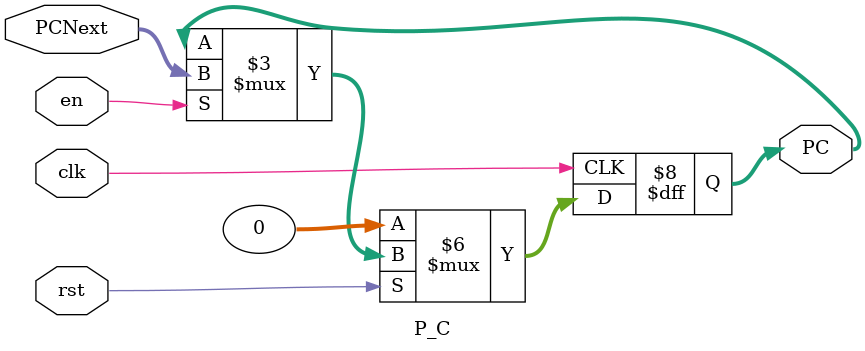
<source format=v>
module P_C(PCNext, PC, rst, clk, en);

input [31:0] PCNext;
input clk, rst;
input en;  // Added: Enable signal to control PC updates
output reg [31:0] PC;

always @(posedge clk)       
begin                    
    if(!rst)   
        PC <= 32'h00000000;
    else if(en)  // Only update PC when enabled
        PC <= PCNext;
    // If en is low, PC holds its current value
end

endmodule
</source>
